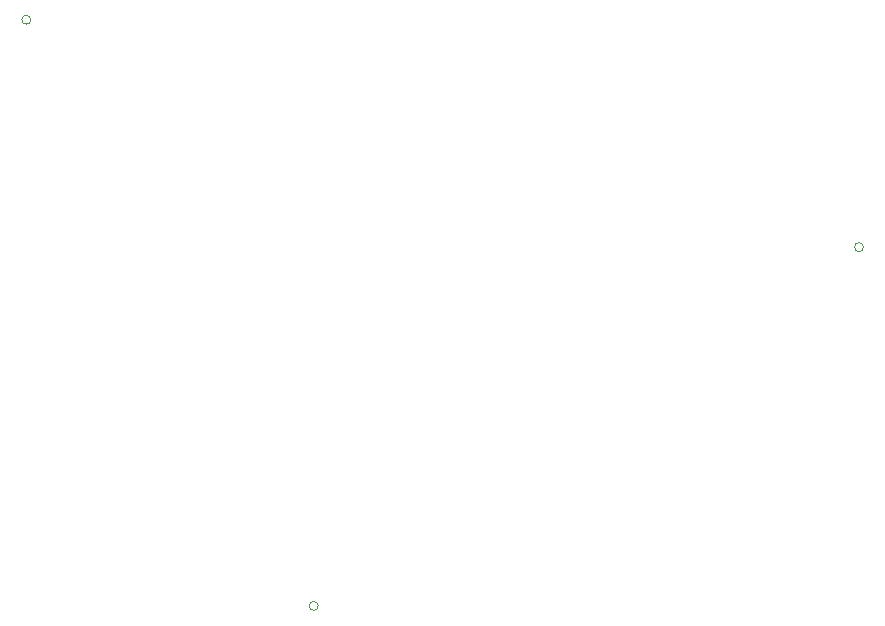
<source format=gbr>
G04 #@! TF.GenerationSoftware,KiCad,Pcbnew,(5.1.4)-1*
G04 #@! TF.CreationDate,2022-06-05T15:27:35-07:00*
G04 #@! TF.ProjectId,Birty,42697274-792e-46b6-9963-61645f706362,rev?*
G04 #@! TF.SameCoordinates,Original*
G04 #@! TF.FileFunction,Legend,Bot*
G04 #@! TF.FilePolarity,Positive*
%FSLAX46Y46*%
G04 Gerber Fmt 4.6, Leading zero omitted, Abs format (unit mm)*
G04 Created by KiCad (PCBNEW (5.1.4)-1) date 2022-06-05 15:27:35*
%MOMM*%
%LPD*%
G04 APERTURE LIST*
%ADD10C,0.120000*%
G04 APERTURE END LIST*
D10*
X54461276Y-105000000D02*
G75*
G03X54461276Y-105000000I-381000J0D01*
G01*
X30131000Y-55371800D02*
G75*
G03X30131000Y-55371800I-381000J0D01*
G01*
X100631000Y-74628200D02*
G75*
G03X100631000Y-74628200I-381000J0D01*
G01*
M02*

</source>
